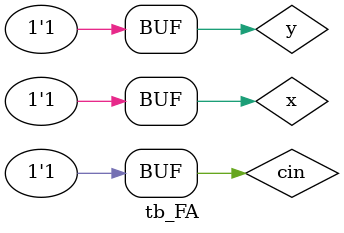
<source format=sv>
module tb_FA;
    reg x, y, cin;
    wire s, carry;

    FA DUT (x, y, cin, s, carry);

    initial begin
        x = 0; y = 0; cin = 0; #10;
        x = 0; y = 0; cin = 1; #10;
        x = 0; y = 1; cin = 0; #10;
        x = 0; y = 1; cin = 1; #10;
        x = 1; y = 0; cin = 0; #10;
        x = 1; y = 0; cin = 1; #10;
        x = 1; y = 1; cin = 0; #10;
        x = 1; y = 1; cin = 1; #10;
    end
endmodule

</source>
